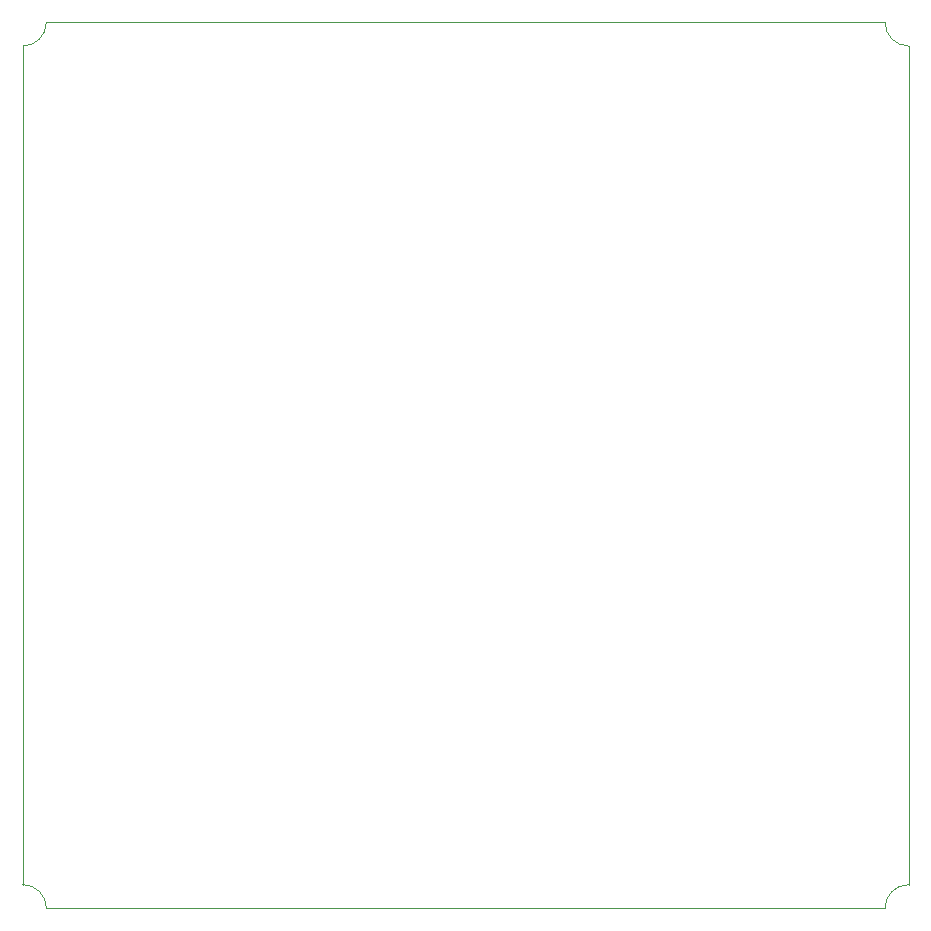
<source format=gm1>
G04 #@! TF.GenerationSoftware,KiCad,Pcbnew,(6.0.8)*
G04 #@! TF.CreationDate,2022-10-29T11:40:11-07:00*
G04 #@! TF.ProjectId,EasyKVM,45617379-4b56-44d2-9e6b-696361645f70,rev?*
G04 #@! TF.SameCoordinates,Original*
G04 #@! TF.FileFunction,Profile,NP*
%FSLAX46Y46*%
G04 Gerber Fmt 4.6, Leading zero omitted, Abs format (unit mm)*
G04 Created by KiCad (PCBNEW (6.0.8)) date 2022-10-29 11:40:11*
%MOMM*%
%LPD*%
G01*
G04 APERTURE LIST*
G04 #@! TA.AperFunction,Profile*
%ADD10C,0.100000*%
G04 #@! TD*
G04 APERTURE END LIST*
D10*
X167000000Y-168000000D02*
X96000000Y-168000000D01*
X169000000Y-166000000D02*
G75*
G03*
X167000000Y-168000000I0J-2000000D01*
G01*
X94000000Y-95000000D02*
G75*
G03*
X96000000Y-93000000I0J2000000D01*
G01*
X169000000Y-95000000D02*
X169000000Y-166000000D01*
X96000000Y-93000000D02*
X167000000Y-93000000D01*
X167000000Y-93000000D02*
G75*
G03*
X169000000Y-95000000I2000000J0D01*
G01*
X96000000Y-168000000D02*
G75*
G03*
X94000000Y-166000000I-2000000J0D01*
G01*
X94000000Y-95000000D02*
X94000000Y-166000000D01*
M02*

</source>
